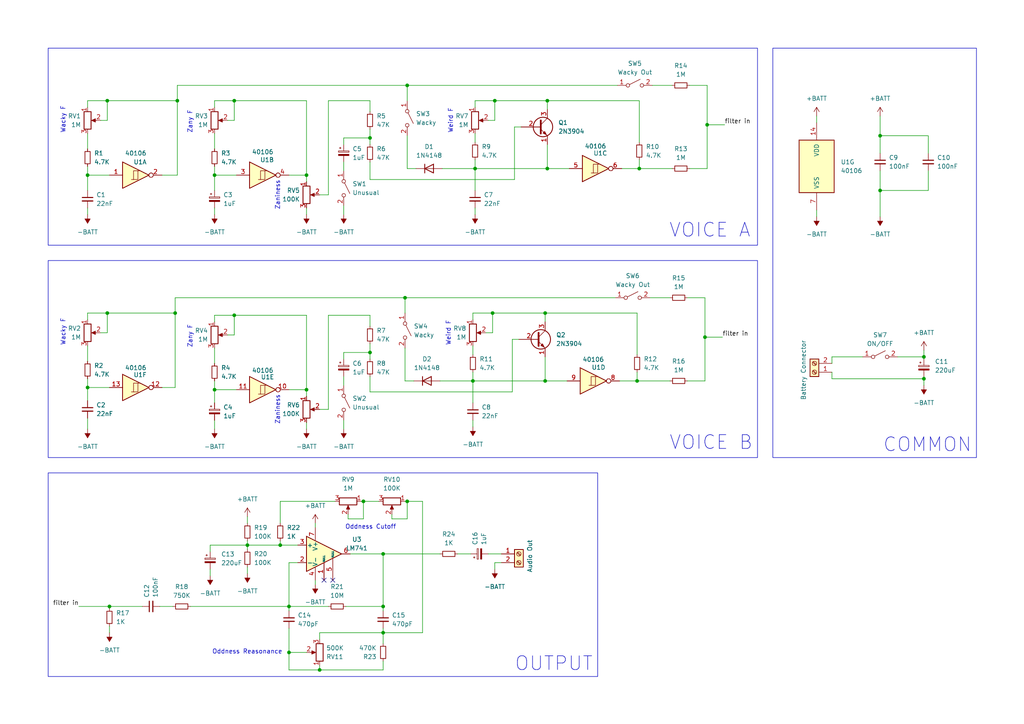
<source format=kicad_sch>
(kicad_sch (version 20230121) (generator eeschema)
  (paper "A4")
  (lib_symbols
    (symbol "4xxx:40106" (pin_names (offset 1.016))
      (property "Reference" "U" (at 0 1.27 0))
      (property "Value" "40106" (at 0 -1.27 0))
      (symbol "40106_1_0"
        (polyline (pts (xy -0.635 -1.27) (xy -0.635 1.27) (xy 0.635 1.27)))
        (polyline (pts (xy -3.81 3.81) (xy -3.81 -3.81) (xy 3.81 0) (xy -3.81 3.81)) (stroke (width 0.254)) (fill (type background)))
        (polyline (pts (xy -1.27 -1.27) (xy 0.635 -1.27) (xy 0.635 1.27) (xy 1.27 1.27)))
        (pin input line (at -7.62 0 0) (length 3.81) (name "~") (number "1"))
        (pin output inverted (at 7.62 0 180) (length 3.81) (name "~") (number "2"))
      )
      (symbol "40106_2_0"
        (polyline (pts (xy -0.635 -1.27) (xy -0.635 1.27) (xy 0.635 1.27)))
        (polyline (pts (xy -3.81 3.81) (xy -3.81 -3.81) (xy 3.81 0) (xy -3.81 3.81)) (stroke (width 0.254)) (fill (type background)))
        (polyline (pts (xy -1.27 -1.27) (xy 0.635 -1.27) (xy 0.635 1.27) (xy 1.27 1.27)))
        (pin input line (at -7.62 0 0) (length 3.81) (name "~") (number "3"))
        (pin output inverted (at 7.62 0 180) (length 3.81) (name "~") (number "4"))
      )
      (symbol "40106_3_0"
        (polyline (pts (xy -0.635 -1.27) (xy -0.635 1.27) (xy 0.635 1.27)))
        (polyline (pts (xy -3.81 3.81) (xy -3.81 -3.81) (xy 3.81 0) (xy -3.81 3.81)) (stroke (width 0.254)) (fill (type background)))
        (polyline (pts (xy -1.27 -1.27) (xy 0.635 -1.27) (xy 0.635 1.27) (xy 1.27 1.27)))
        (pin input line (at -7.62 0 0) (length 3.81) (name "~") (number "5"))
        (pin output inverted (at 7.62 0 180) (length 3.81) (name "~") (number "6"))
      )
      (symbol "40106_4_0"
        (polyline (pts (xy -0.635 -1.27) (xy -0.635 1.27) (xy 0.635 1.27)))
        (polyline (pts (xy -3.81 3.81) (xy -3.81 -3.81) (xy 3.81 0) (xy -3.81 3.81)) (stroke (width 0.254)) (fill (type background)))
        (polyline (pts (xy -1.27 -1.27) (xy 0.635 -1.27) (xy 0.635 1.27) (xy 1.27 1.27)))
        (pin output inverted (at 7.62 0 180) (length 3.81) (name "~") (number "8"))
        (pin input line (at -7.62 0 0) (length 3.81) (name "~") (number "9"))
      )
      (symbol "40106_5_0"
        (polyline (pts (xy -0.635 -1.27) (xy -0.635 1.27) (xy 0.635 1.27)))
        (polyline (pts (xy -3.81 3.81) (xy -3.81 -3.81) (xy 3.81 0) (xy -3.81 3.81)) (stroke (width 0.254)) (fill (type background)))
        (polyline (pts (xy -1.27 -1.27) (xy 0.635 -1.27) (xy 0.635 1.27) (xy 1.27 1.27)))
        (pin output inverted (at 7.62 0 180) (length 3.81) (name "~") (number "10"))
        (pin input line (at -7.62 0 0) (length 3.81) (name "~") (number "11"))
      )
      (symbol "40106_6_0"
        (polyline (pts (xy -0.635 -1.27) (xy -0.635 1.27) (xy 0.635 1.27)))
        (polyline (pts (xy -3.81 3.81) (xy -3.81 -3.81) (xy 3.81 0) (xy -3.81 3.81)) (stroke (width 0.254)) (fill (type background)))
        (polyline (pts (xy -1.27 -1.27) (xy 0.635 -1.27) (xy 0.635 1.27) (xy 1.27 1.27)))
        (pin output inverted (at 7.62 0 180) (length 3.81) (name "~") (number "12"))
        (pin input line (at -7.62 0 0) (length 3.81) (name "~") (number "13"))
      )
      (symbol "40106_7_0"
        (pin power_in line (at 0 12.7 270) (length 5.08) (name "VDD") (number "14"))
        (pin power_in line (at 0 -12.7 90) (length 5.08) (name "VSS") (number "7"))
      )
      (symbol "40106_7_1"
        (rectangle (start -5.08 7.62) (end 5.08 -7.62) (stroke (width 0.254)) (fill (type background)))
      )
    )
    (symbol "Amplifier_Operational:LM741" (pin_names (offset 0.127))
      (property "Reference" "U" (at 0 6.35 0))
      (property "Value" "LM741" (at 0 3.81 0))
      (symbol "LM741_0_1"
        (polyline (pts (xy -5.08 5.08) (xy 5.08 0) (xy -5.08 -5.08) (xy -5.08 5.08)) (stroke (width 0.254)) (fill (type background)))
      )
      (symbol "LM741_1_1"
        (pin input line (at 0 -7.62 90) (length 5.08) (name "NULL") (number "1"))
        (pin input line (at -7.62 -2.54 0) (length 2.54) (name "-") (number "2"))
        (pin input line (at -7.62 2.54 0) (length 2.54) (name "+") (number "3"))
        (pin power_in line (at -2.54 -7.62 90) (length 3.81) (name "V-") (number "4"))
        (pin input line (at 2.54 -7.62 90) (length 6.35) (name "NULL") (number "5"))
        (pin output line (at 7.62 0 180) (length 2.54) (name "~") (number "6"))
        (pin power_in line (at -2.54 7.62 270) (length 3.81) (name "V+") (number "7"))
        (pin no_connect line (at 0 2.54 270) (length 2.54) hide (name "NC") (number "8"))
      )
    )
    (symbol "Connector:Screw_Terminal_01x02" (pin_names (offset 1.016) hide)
      (property "Reference" "J" (at 0 2.54 0))
      (property "Value" "Screw_Terminal_01x02" (at 0 -5.08 0))
      (symbol "Screw_Terminal_01x02_1_1"
        (rectangle (start -1.27 1.27) (end 1.27 -3.81) (stroke (width 0.254)) (fill (type background)))
        (circle (center 0 -2.54) (radius 0.635) (stroke (width 0.1524)))
        (polyline (pts (xy -0.5334 -2.2098) (xy 0.3302 -3.048)) (stroke (width 0.1524)))
        (polyline (pts (xy -0.5334 0.3302) (xy 0.3302 -0.508)) (stroke (width 0.1524)))
        (polyline (pts (xy -0.3556 -2.032) (xy 0.508 -2.8702)) (stroke (width 0.1524)))
        (polyline (pts (xy -0.3556 0.508) (xy 0.508 -0.3302)) (stroke (width 0.1524)))
        (circle (center 0 0) (radius 0.635) (stroke (width 0.1524)))
        (pin passive line (at -5.08 0 0) (length 3.81) (name "Pin_1") (number "1"))
        (pin passive line (at -5.08 -2.54 0) (length 3.81) (name "Pin_2") (number "2"))
      )
    )
    (symbol "Device:C_Polarized_Small" (pin_numbers hide) (pin_names (offset 0.254) hide)
      (property "Reference" "C" (at 0.254 1.778 0))
      (property "Value" "C_Polarized_Small" (at 0.254 -2.032 0))
      (symbol "C_Polarized_Small_0_1"
        (rectangle (start -1.524 -0.3048) (end 1.524 -0.6858) (fill (type outline)))
        (rectangle (start -1.524 0.6858) (end 1.524 0.3048))
        (polyline (pts (xy -1.27 1.524) (xy -0.762 1.524)))
        (polyline (pts (xy -1.016 1.27) (xy -1.016 1.778)))
      )
      (symbol "C_Polarized_Small_1_1"
        (pin passive line (at 0 2.54 270) (length 1.8542) (name "~") (number "1"))
        (pin passive line (at 0 -2.54 90) (length 1.8542) (name "~") (number "2"))
      )
    )
    (symbol "Device:C_Small" (pin_numbers hide) (pin_names (offset 0.254) hide)
      (property "Reference" "C" (at 0.254 1.778 0))
      (property "Value" "C_Small" (at 0.254 -2.032 0))
      (symbol "C_Small_0_1"
        (polyline (pts (xy -1.524 -0.508) (xy 1.524 -0.508)) (stroke (width 0.3302)))
        (polyline (pts (xy -1.524 0.508) (xy 1.524 0.508)) (stroke (width 0.3048)))
      )
      (symbol "C_Small_1_1"
        (pin passive line (at 0 2.54 270) (length 2.032) (name "~") (number "1"))
        (pin passive line (at 0 -2.54 90) (length 2.032) (name "~") (number "2"))
      )
    )
    (symbol "Device:R_Potentiometer" (pin_names (offset 1.016) hide)
      (property "Reference" "RV" (at -4.445 0 90))
      (property "Value" "R_Potentiometer" (at -2.54 0 90))
      (symbol "R_Potentiometer_0_1"
        (polyline (pts (xy 2.54 0) (xy 1.524 0)))
        (polyline (pts (xy 1.143 0) (xy 2.286 0.508) (xy 2.286 -0.508) (xy 1.143 0)) (fill (type outline)))
        (rectangle (start 1.016 2.54) (end -1.016 -2.54) (stroke (width 0.254)))
      )
      (symbol "R_Potentiometer_1_1"
        (pin passive line (at 0 3.81 270) (length 1.27) (name "1") (number "1"))
        (pin passive line (at 3.81 0 180) (length 1.27) (name "2") (number "2"))
        (pin passive line (at 0 -3.81 90) (length 1.27) (name "3") (number "3"))
      )
    )
    (symbol "Device:R_Small" (pin_numbers hide) (pin_names (offset 0.254) hide)
      (property "Reference" "R" (at 0.762 0.508 0))
      (property "Value" "R_Small" (at 0.762 -1.016 0))
      (symbol "R_Small_0_1"
        (rectangle (start -0.762 1.778) (end 0.762 -1.778) (stroke (width 0.2032)))
      )
      (symbol "R_Small_1_1"
        (pin passive line (at 0 2.54 270) (length 0.762) (name "~") (number "1"))
        (pin passive line (at 0 -2.54 90) (length 0.762) (name "~") (number "2"))
      )
    )
    (symbol "Diode:1N4148" (pin_numbers hide) (pin_names hide)
      (property "Reference" "D" (at 0 2.54 0))
      (property "Value" "1N4148" (at 0 -2.54 0))
      (symbol "1N4148_0_1"
        (polyline (pts (xy -1.27 1.27) (xy -1.27 -1.27)) (stroke (width 0.254)))
        (polyline (pts (xy 1.27 0) (xy -1.27 0)))
        (polyline (pts (xy 1.27 1.27) (xy 1.27 -1.27) (xy -1.27 0) (xy 1.27 1.27)) (stroke (width 0.254)))
      )
      (symbol "1N4148_1_1"
        (pin passive line (at -3.81 0 0) (length 2.54) (name "K") (number "1"))
        (pin passive line (at 3.81 0 180) (length 2.54) (name "A") (number "2"))
      )
    )
    (symbol "Switch:SW_SPST" (pin_names (offset 0) hide)
      (property "Reference" "SW" (at 0 3.175 0))
      (property "Value" "SW_SPST" (at 0 -2.54 0))
      (symbol "SW_SPST_0_0"
        (circle (center -2.032 0) (radius 0.508))
        (polyline (pts (xy -1.524 0.254) (xy 1.524 1.778)))
        (circle (center 2.032 0) (radius 0.508))
      )
      (symbol "SW_SPST_1_1"
        (pin passive line (at -5.08 0 0) (length 2.54) (name "A") (number "1"))
        (pin passive line (at 5.08 0 180) (length 2.54) (name "B") (number "2"))
      )
    )
    (symbol "Transistor_BJT:2N3904" (pin_names (offset 0) hide)
      (property "Reference" "Q" (at 5.08 1.905 0))
      (property "Value" "2N3904" (at 5.08 0 0))
      (symbol "2N3904_0_1"
        (polyline (pts (xy 0.635 0.635) (xy 2.54 2.54)))
        (polyline (pts (xy 0.635 -0.635) (xy 2.54 -2.54) (xy 2.54 -2.54)))
        (polyline (pts (xy 0.635 1.905) (xy 0.635 -1.905) (xy 0.635 -1.905)) (stroke (width 0.508)))
        (polyline (pts (xy 1.27 -1.778) (xy 1.778 -1.27) (xy 2.286 -2.286) (xy 1.27 -1.778) (xy 1.27 -1.778)) (fill (type outline)))
        (circle (center 1.27 0) (radius 2.8194) (stroke (width 0.254)))
      )
      (symbol "2N3904_1_1"
        (pin passive line (at 2.54 -5.08 90) (length 2.54) (name "E") (number "1"))
        (pin passive line (at -5.08 0 0) (length 5.715) (name "B") (number "2"))
        (pin passive line (at 2.54 5.08 270) (length 2.54) (name "C") (number "3"))
      )
    )
    (symbol "power:+BATT" (power) (pin_names (offset 0))
      (property "Value" "+BATT" (at 0 3.556 0))
      (symbol "+BATT_0_1"
        (polyline (pts (xy -0.762 1.27) (xy 0 2.54)))
        (polyline (pts (xy 0 0) (xy 0 2.54)))
        (polyline (pts (xy 0 2.54) (xy 0.762 1.27)))
      )
      (symbol "+BATT_1_1"
        (pin power_in line (at 0 0 90) (length 0) hide (name "+BATT") (number "1"))
      )
    )
    (symbol "power:-BATT" (power) (pin_names (offset 0))
      (property "Value" "-BATT" (at 0 3.556 0))
      (symbol "-BATT_0_1"
        (polyline (pts (xy 0 0) (xy 0 2.54)))
        (polyline (pts (xy 0.762 1.27) (xy -0.762 1.27) (xy 0 2.54) (xy 0.762 1.27)) (fill (type outline)))
      )
      (symbol "-BATT_1_1"
        (pin power_in line (at 0 0 90) (length 0) hide (name "-BATT") (number "1"))
      )
    )
  )
  (junction (at 111.125 175.895))
  (junction (at 107.315 102.235))
  (junction (at 204.47 97.79))
  (junction (at 31.115 90.805))
  (junction (at 88.9 113.03))
  (junction (at 105.41 145.415))
  (junction (at 184.785 110.49))
  (junction (at 205.105 36.195))
  (junction (at 158.75 29.21))
  (junction (at 67.945 29.21))
  (junction (at 158.75 48.895))
  (junction (at 158.115 110.49))
  (junction (at 137.795 48.895))
  (junction (at 137.16 110.49))
  (junction (at 51.435 29.21))
  (junction (at 92.71 194.31))
  (junction (at 31.115 29.21))
  (junction (at 25.4 112.395))
  (junction (at 118.11 24.765))
  (junction (at 71.755 158.115))
  (junction (at 62.23 50.8))
  (junction (at 67.945 91.44))
  (junction (at 88.9 50.8))
  (junction (at 143.51 29.21))
  (junction (at 62.23 113.03))
  (junction (at 111.125 160.655))
  (junction (at 25.4 50.8))
  (junction (at 158.115 90.805))
  (junction (at 185.42 48.895))
  (junction (at 267.97 109.855))
  (junction (at 267.97 103.505))
  (junction (at 83.82 189.23))
  (junction (at 50.8 90.805))
  (junction (at 31.75 175.895))
  (junction (at 81.28 158.115))
  (junction (at 255.27 39.37))
  (junction (at 255.27 55.245))
  (junction (at 117.475 86.36))
  (junction (at 142.875 90.805))
  (junction (at 118.11 145.415))
  (junction (at 83.82 175.895))
  (junction (at 111.125 183.515))
  (junction (at 107.315 40.005))
  (no_connect (at 96.52 168.275))
  (no_connect (at 93.98 168.275))
  (wire (pts (xy 255.27 33.655) (xy 255.27 39.37)))
  (wire (pts (xy 127.635 110.49) (xy 137.16 110.49)))
  (wire (pts (xy 95.25 91.44) (xy 95.25 118.745)))
  (wire (pts (xy 204.47 97.79) (xy 209.55 97.79)))
  (wire (pts (xy 158.115 90.805) (xy 158.115 93.345)))
  (wire (pts (xy 111.125 183.515) (xy 122.555 183.515)))
  (wire (pts (xy 81.28 145.415) (xy 81.28 151.765)))
  (wire (pts (xy 105.41 145.415) (xy 109.855 145.415)))
  (wire (pts (xy 117.475 86.36) (xy 50.8 86.36)))
  (wire (pts (xy 269.24 44.45) (xy 269.24 39.37)))
  (wire (pts (xy 83.82 175.895) (xy 83.82 177.165)))
  (wire (pts (xy 255.27 39.37) (xy 255.27 44.45)))
  (wire (pts (xy 205.105 36.195) (xy 205.105 48.895)))
  (wire (pts (xy 88.9 189.23) (xy 83.82 189.23)))
  (wire (pts (xy 92.71 185.42) (xy 92.71 183.515)))
  (wire (pts (xy 67.945 91.44) (xy 67.945 97.155)))
  (wire (pts (xy 83.82 113.03) (xy 88.9 113.03)))
  (wire (pts (xy 111.125 160.655) (xy 111.125 175.895)))
  (wire (pts (xy 107.315 91.44) (xy 95.25 91.44)))
  (wire (pts (xy 185.42 48.895) (xy 180.34 48.895)))
  (wire (pts (xy 149.225 52.07) (xy 149.225 36.83)))
  (wire (pts (xy 111.125 194.31) (xy 92.71 194.31)))
  (wire (pts (xy 62.23 91.44) (xy 62.23 93.345)))
  (wire (pts (xy 107.315 94.615) (xy 107.315 91.44)))
  (wire (pts (xy 184.785 90.805) (xy 184.785 102.87)))
  (wire (pts (xy 50.8 112.395) (xy 46.99 112.395)))
  (wire (pts (xy 241.3 103.505) (xy 250.19 103.505)))
  (wire (pts (xy 25.4 38.735) (xy 25.4 43.18)))
  (wire (pts (xy 184.785 110.49) (xy 194.31 110.49)))
  (wire (pts (xy 137.795 29.21) (xy 137.795 31.115)))
  (wire (pts (xy 105.41 150.495) (xy 105.41 145.415)))
  (wire (pts (xy 31.75 175.895) (xy 41.275 175.895)))
  (wire (pts (xy 185.42 46.355) (xy 185.42 48.895)))
  (wire (pts (xy 107.315 37.465) (xy 107.315 40.005)))
  (wire (pts (xy 204.47 110.49) (xy 199.39 110.49)))
  (wire (pts (xy 68.58 50.8) (xy 62.23 50.8)))
  (wire (pts (xy 269.24 39.37) (xy 255.27 39.37)))
  (wire (pts (xy 25.4 112.395) (xy 25.4 116.205)))
  (wire (pts (xy 25.4 121.285) (xy 25.4 124.46)))
  (wire (pts (xy 66.04 97.155) (xy 67.945 97.155)))
  (wire (pts (xy 25.4 29.21) (xy 31.115 29.21)))
  (wire (pts (xy 55.245 175.895) (xy 83.82 175.895)))
  (wire (pts (xy 22.86 175.895) (xy 31.75 175.895)))
  (wire (pts (xy 67.945 91.44) (xy 88.9 91.44)))
  (wire (pts (xy 158.115 90.805) (xy 184.785 90.805)))
  (wire (pts (xy 99.695 102.235) (xy 99.695 104.14)))
  (wire (pts (xy 142.875 90.805) (xy 142.875 96.52)))
  (wire (pts (xy 117.475 86.36) (xy 178.435 86.36)))
  (wire (pts (xy 50.8 90.805) (xy 50.8 112.395)))
  (wire (pts (xy 62.23 29.21) (xy 62.23 31.115)))
  (wire (pts (xy 31.115 29.21) (xy 51.435 29.21)))
  (wire (pts (xy 137.16 100.33) (xy 137.16 102.87)))
  (wire (pts (xy 62.23 29.21) (xy 67.945 29.21)))
  (wire (pts (xy 71.755 158.115) (xy 60.96 158.115)))
  (wire (pts (xy 91.44 151.765) (xy 91.44 153.035)))
  (wire (pts (xy 111.125 183.515) (xy 92.71 183.515)))
  (wire (pts (xy 92.71 193.04) (xy 92.71 194.31)))
  (wire (pts (xy 158.75 29.21) (xy 185.42 29.21)))
  (wire (pts (xy 31.75 50.8) (xy 25.4 50.8)))
  (wire (pts (xy 92.71 118.745) (xy 95.25 118.745)))
  (wire (pts (xy 255.27 55.245) (xy 255.27 62.865)))
  (wire (pts (xy 62.23 110.49) (xy 62.23 113.03)))
  (wire (pts (xy 62.23 113.03) (xy 62.23 116.84)))
  (wire (pts (xy 99.695 59.69) (xy 99.695 62.23)))
  (wire (pts (xy 267.97 103.505) (xy 267.97 104.14)))
  (wire (pts (xy 105.41 145.415) (xy 104.775 145.415)))
  (wire (pts (xy 51.435 50.8) (xy 46.99 50.8)))
  (wire (pts (xy 205.105 36.195) (xy 210.185 36.195)))
  (wire (pts (xy 141.605 160.655) (xy 145.415 160.655)))
  (wire (pts (xy 118.11 24.765) (xy 179.07 24.765)))
  (wire (pts (xy 83.82 182.245) (xy 83.82 189.23)))
  (wire (pts (xy 81.28 158.115) (xy 86.36 158.115)))
  (wire (pts (xy 255.27 49.53) (xy 255.27 55.245)))
  (wire (pts (xy 148.59 98.425) (xy 150.495 98.425)))
  (wire (pts (xy 118.11 48.895) (xy 120.65 48.895)))
  (wire (pts (xy 118.11 145.415) (xy 122.555 145.415)))
  (wire (pts (xy 62.23 91.44) (xy 67.945 91.44)))
  (wire (pts (xy 88.9 60.325) (xy 88.9 62.23)))
  (wire (pts (xy 118.11 145.415) (xy 117.475 145.415)))
  (wire (pts (xy 107.315 46.99) (xy 107.315 52.07)))
  (wire (pts (xy 99.695 40.005) (xy 99.695 41.91)))
  (wire (pts (xy 51.435 24.765) (xy 51.435 29.21)))
  (wire (pts (xy 158.75 41.91) (xy 158.75 48.895)))
  (wire (pts (xy 137.795 48.895) (xy 158.75 48.895)))
  (wire (pts (xy 25.4 100.33) (xy 25.4 104.775)))
  (wire (pts (xy 29.21 34.925) (xy 31.115 34.925)))
  (wire (pts (xy 140.97 96.52) (xy 142.875 96.52)))
  (wire (pts (xy 158.115 110.49) (xy 164.465 110.49)))
  (wire (pts (xy 113.665 150.495) (xy 118.11 150.495)))
  (wire (pts (xy 184.785 107.95) (xy 184.785 110.49)))
  (wire (pts (xy 137.795 46.355) (xy 137.795 48.895)))
  (wire (pts (xy 71.755 156.845) (xy 71.755 158.115)))
  (wire (pts (xy 111.125 182.245) (xy 111.125 183.515)))
  (wire (pts (xy 71.755 164.465) (xy 71.755 166.37)))
  (wire (pts (xy 31.115 29.21) (xy 31.115 34.925)))
  (wire (pts (xy 71.755 149.86) (xy 71.755 151.765)))
  (wire (pts (xy 149.225 36.83) (xy 151.13 36.83)))
  (wire (pts (xy 137.16 110.49) (xy 137.16 116.84)))
  (wire (pts (xy 143.51 29.21) (xy 158.75 29.21)))
  (wire (pts (xy 128.27 48.895) (xy 137.795 48.895)))
  (wire (pts (xy 67.945 29.21) (xy 88.9 29.21)))
  (wire (pts (xy 95.25 175.895) (xy 83.82 175.895)))
  (wire (pts (xy 137.16 90.805) (xy 142.875 90.805)))
  (wire (pts (xy 200.025 24.765) (xy 205.105 24.765)))
  (wire (pts (xy 31.75 112.395) (xy 25.4 112.395)))
  (wire (pts (xy 107.315 29.21) (xy 95.25 29.21)))
  (wire (pts (xy 141.605 34.925) (xy 143.51 34.925)))
  (wire (pts (xy 137.795 38.735) (xy 137.795 41.275)))
  (wire (pts (xy 25.4 90.805) (xy 25.4 92.71)))
  (wire (pts (xy 107.315 113.665) (xy 148.59 113.665)))
  (wire (pts (xy 158.75 29.21) (xy 158.75 31.75)))
  (wire (pts (xy 100.965 150.495) (xy 105.41 150.495)))
  (wire (pts (xy 143.51 165.1) (xy 143.51 163.195)))
  (wire (pts (xy 267.97 111.76) (xy 267.97 109.855)))
  (wire (pts (xy 29.21 96.52) (xy 31.115 96.52)))
  (wire (pts (xy 99.695 46.99) (xy 99.695 49.53)))
  (wire (pts (xy 236.855 33.655) (xy 236.855 35.56)))
  (wire (pts (xy 143.51 163.195) (xy 145.415 163.195)))
  (wire (pts (xy 122.555 145.415) (xy 122.555 183.515)))
  (wire (pts (xy 88.9 122.555) (xy 88.9 124.46)))
  (wire (pts (xy 62.23 60.325) (xy 62.23 62.23)))
  (wire (pts (xy 269.24 49.53) (xy 269.24 55.245)))
  (wire (pts (xy 71.755 158.115) (xy 81.28 158.115)))
  (wire (pts (xy 71.755 158.115) (xy 71.755 159.385)))
  (wire (pts (xy 267.97 109.22) (xy 267.97 109.855)))
  (wire (pts (xy 143.51 29.21) (xy 143.51 34.925)))
  (wire (pts (xy 184.785 110.49) (xy 179.705 110.49)))
  (wire (pts (xy 142.875 90.805) (xy 158.115 90.805)))
  (wire (pts (xy 60.96 158.115) (xy 60.96 160.02)))
  (wire (pts (xy 107.315 102.235) (xy 99.695 102.235)))
  (wire (pts (xy 97.155 145.415) (xy 81.28 145.415)))
  (wire (pts (xy 118.11 39.37) (xy 118.11 48.895)))
  (wire (pts (xy 88.9 29.21) (xy 88.9 50.8)))
  (wire (pts (xy 241.3 107.95) (xy 241.3 109.855)))
  (wire (pts (xy 91.44 168.275) (xy 91.44 169.545)))
  (wire (pts (xy 204.47 97.79) (xy 204.47 110.49)))
  (wire (pts (xy 188.595 86.36) (xy 194.31 86.36)))
  (wire (pts (xy 111.125 160.655) (xy 127.635 160.655)))
  (wire (pts (xy 62.23 38.735) (xy 62.23 43.18)))
  (wire (pts (xy 137.16 110.49) (xy 158.115 110.49)))
  (wire (pts (xy 137.795 60.325) (xy 137.795 62.23)))
  (wire (pts (xy 111.125 175.895) (xy 111.125 177.165)))
  (wire (pts (xy 148.59 113.665) (xy 148.59 98.425)))
  (wire (pts (xy 205.105 24.765) (xy 205.105 36.195)))
  (wire (pts (xy 118.11 24.765) (xy 51.435 24.765)))
  (wire (pts (xy 101.6 160.655) (xy 111.125 160.655)))
  (wire (pts (xy 100.965 149.225) (xy 100.965 150.495)))
  (wire (pts (xy 50.8 86.36) (xy 50.8 90.805)))
  (wire (pts (xy 137.16 121.92) (xy 137.16 123.825)))
  (wire (pts (xy 60.96 165.1) (xy 60.96 167.005)))
  (wire (pts (xy 83.82 163.195) (xy 86.36 163.195)))
  (wire (pts (xy 205.105 48.895) (xy 200.025 48.895)))
  (wire (pts (xy 62.23 100.965) (xy 62.23 105.41)))
  (wire (pts (xy 81.28 156.845) (xy 81.28 158.115)))
  (wire (pts (xy 25.4 48.26) (xy 25.4 50.8)))
  (wire (pts (xy 25.4 50.8) (xy 25.4 55.245)))
  (wire (pts (xy 31.115 90.805) (xy 31.115 96.52)))
  (wire (pts (xy 158.75 48.895) (xy 165.1 48.895)))
  (wire (pts (xy 25.4 29.21) (xy 25.4 31.115)))
  (wire (pts (xy 137.16 107.95) (xy 137.16 110.49)))
  (wire (pts (xy 260.35 103.505) (xy 267.97 103.505)))
  (wire (pts (xy 88.9 91.44) (xy 88.9 113.03)))
  (wire (pts (xy 62.23 48.26) (xy 62.23 50.8)))
  (wire (pts (xy 111.125 194.31) (xy 111.125 191.77)))
  (wire (pts (xy 107.315 109.22) (xy 107.315 113.665)))
  (wire (pts (xy 204.47 86.36) (xy 204.47 97.79)))
  (wire (pts (xy 83.82 194.31) (xy 92.71 194.31)))
  (wire (pts (xy 107.315 40.005) (xy 99.695 40.005)))
  (wire (pts (xy 25.4 109.855) (xy 25.4 112.395)))
  (wire (pts (xy 118.11 24.765) (xy 118.11 29.21)))
  (wire (pts (xy 92.71 56.515) (xy 95.25 56.515)))
  (wire (pts (xy 111.125 175.895) (xy 100.33 175.895)))
  (wire (pts (xy 111.125 183.515) (xy 111.125 186.69)))
  (wire (pts (xy 62.23 121.92) (xy 62.23 124.46)))
  (wire (pts (xy 31.75 181.61) (xy 31.75 183.515)))
  (wire (pts (xy 68.58 113.03) (xy 62.23 113.03)))
  (wire (pts (xy 62.23 50.8) (xy 62.23 55.245)))
  (wire (pts (xy 107.315 52.07) (xy 149.225 52.07)))
  (wire (pts (xy 83.82 163.195) (xy 83.82 175.895)))
  (wire (pts (xy 117.475 100.965) (xy 117.475 110.49)))
  (wire (pts (xy 95.25 29.21) (xy 95.25 56.515)))
  (wire (pts (xy 241.3 109.855) (xy 267.97 109.855)))
  (wire (pts (xy 267.97 101.6) (xy 267.97 103.505)))
  (wire (pts (xy 99.695 109.22) (xy 99.695 111.76)))
  (wire (pts (xy 117.475 110.49) (xy 120.015 110.49)))
  (wire (pts (xy 137.795 48.895) (xy 137.795 55.245)))
  (wire (pts (xy 137.16 90.805) (xy 137.16 92.71)))
  (wire (pts (xy 107.315 102.235) (xy 107.315 104.14)))
  (wire (pts (xy 269.24 55.245) (xy 255.27 55.245)))
  (wire (pts (xy 185.42 48.895) (xy 194.945 48.895)))
  (wire (pts (xy 185.42 29.21) (xy 185.42 41.275)))
  (wire (pts (xy 107.315 99.695) (xy 107.315 102.235)))
  (wire (pts (xy 118.11 150.495) (xy 118.11 145.415)))
  (wire (pts (xy 241.3 103.505) (xy 241.3 105.41)))
  (wire (pts (xy 107.315 40.005) (xy 107.315 41.91)))
  (wire (pts (xy 25.4 90.805) (xy 31.115 90.805)))
  (wire (pts (xy 88.9 113.03) (xy 88.9 114.935)))
  (wire (pts (xy 99.695 121.92) (xy 99.695 124.46)))
  (wire (pts (xy 83.82 189.23) (xy 83.82 194.31)))
  (wire (pts (xy 137.795 29.21) (xy 143.51 29.21)))
  (wire (pts (xy 31.75 175.895) (xy 31.75 176.53)))
  (wire (pts (xy 236.855 60.96) (xy 236.855 62.865)))
  (wire (pts (xy 117.475 90.805) (xy 117.475 86.36)))
  (wire (pts (xy 67.945 29.21) (xy 67.945 34.925)))
  (wire (pts (xy 158.115 103.505) (xy 158.115 110.49)))
  (wire (pts (xy 31.115 90.805) (xy 50.8 90.805)))
  (wire (pts (xy 199.39 86.36) (xy 204.47 86.36)))
  (wire (pts (xy 189.23 24.765) (xy 194.945 24.765)))
  (wire (pts (xy 46.355 175.895) (xy 50.165 175.895)))
  (wire (pts (xy 113.665 149.225) (xy 113.665 150.495)))
  (wire (pts (xy 66.04 34.925) (xy 67.945 34.925)))
  (wire (pts (xy 132.715 160.655) (xy 136.525 160.655)))
  (wire (pts (xy 25.4 60.325) (xy 25.4 62.23)))
  (wire (pts (xy 83.82 50.8) (xy 88.9 50.8)))
  (wire (pts (xy 107.315 32.385) (xy 107.315 29.21)))
  (wire (pts (xy 88.9 50.8) (xy 88.9 52.705)))
  (wire (pts (xy 51.435 29.21) (xy 51.435 50.8)))
  (rectangle (start 13.97 137.16) (end 173.355 196.215))
  (rectangle (start 13.97 75.565) (end 219.71 132.715))
  (rectangle (start 13.97 13.97) (end 219.71 71.12))
  (rectangle (start 224.155 13.97) (end 283.21 132.715))
  (text "VOICE B\n" (at 218.44 130.81 0) (effects (font (size 4 4)) (justify right bottom)))
  (text "Weird F" (at 130.81 100.33 90) (effects (font (size 1.27 1.27)) (justify left bottom)))
  (text "VOICE A" (at 217.805 69.215 0) (effects (font (size 4 4)) (justify right bottom)))
  (text "Wacky F" (at 19.05 100.33 90) (effects (font (size 1.27 1.27)) (justify left bottom)))
  (text "Weird F" (at 131.445 38.735 90) (effects (font (size 1.27 1.27)) (justify left bottom)))
  (text "Zany F" (at 55.88 38.735 90) (effects (font (size 1.27 1.27)) (justify left bottom)))
  (text "Oddness Cutoff" (at 114.935 153.67 0) (effects (font (size 1.27 1.27)) (justify right bottom)))
  (text "Zany F" (at 55.88 100.965 90) (effects (font (size 1.27 1.27)) (justify left bottom)))
  (text "Zaniness\n" (at 81.28 60.96 90) (effects (font (size 1.27 1.27)) (justify left bottom)))
  (text "Oddness Reasonance" (at 81.915 189.865 0) (effects (font (size 1.27 1.27)) (justify right bottom)))
  (text "Wacky F" (at 19.05 38.735 90) (effects (font (size 1.27 1.27)) (justify left bottom)))
  (text "COMMON" (at 281.94 131.445 0) (effects (font (size 4 4)) (justify right bottom)))
  (text "OUTPUT" (at 172.085 194.945 0) (effects (font (size 4 4)) (justify right bottom)))
  (text "Zaniness\n" (at 81.28 123.19 90) (effects (font (size 1.27 1.27)) (justify left bottom)))
  (label "filter in" (at 210.185 36.195 0))
  (label "filter in" (at 209.55 97.79 0))
  (label "filter in" (at 22.86 175.895 180))
  (symbol (lib_id "Device:R_Potentiometer") (at 88.9 118.745 0) (unit 1)
    (property "Reference" "RV6" (at 86.995 117.475 0) (effects (justify right)))
    (property "Value" "100K" (at 86.995 120.015 0) (effects (justify right)))
    (property "Footprint" "fx_synth_parts:potentiometer_fx_vertical" (effects hide))
    (property "Note" "Zaniness B" (effects hide))
  )
  (symbol (lib_id "Device:R_Small") (at 31.75 179.07 0) (unit 1)
    (property "Reference" "R17" (at 33.655 177.8 0) (effects (justify left)))
    (property "Value" "1K" (at 33.655 180.34 0) (effects (justify left)))
    (property "Footprint" "Resistor_THT:R_Axial_DIN0204_L3.6mm_D1.6mm_P7.62mm_Horizontal" (effects hide))
  )
  (symbol (lib_id "power:-BATT") (at 267.97 111.76 180) (unit 1)
    (property "Reference" "#PWR017" (effects hide))
    (property "Value" "-BATT" (at 267.97 116.84 0))
  )
  (symbol (lib_id "Device:C_Polarized_Small") (at 62.23 119.38 0) (unit 1)
    (property "Reference" "C4" (at 64.77 118.11 0) (effects (justify left)))
    (property "Value" "1uF" (at 64.77 120.65 0) (effects (justify left)))
    (property "Footprint" "Capacitor_THT:CP_Radial_D6.3mm_P2.50mm" (effects hide))
  )
  (symbol (lib_id "Device:C_Small") (at 25.4 118.745 0) (unit 1)
    (property "Reference" "C2" (at 27.94 117.475 0) (effects (justify left)))
    (property "Value" "22nF" (at 27.94 120.015 0) (effects (justify left)))
    (property "Footprint" "Capacitor_THT:C_Rect_L7.0mm_W2.0mm_P5.00mm" (effects hide))
  )
  (symbol (lib_id "Device:R_Small") (at 137.795 43.815 0) (unit 1)
    (property "Reference" "R9" (at 139.7 42.545 0) (effects (justify left)))
    (property "Value" "4.7K" (at 139.7 45.085 0) (effects (justify left)))
    (property "Footprint" "Resistor_THT:R_Axial_DIN0204_L3.6mm_D1.6mm_P7.62mm_Horizontal" (effects hide))
  )
  (symbol (lib_id "power:+BATT") (at 71.755 149.86 0) (unit 1)
    (property "Reference" "#PWR019" (effects hide))
    (property "Value" "+BATT" (at 71.755 144.78 0))
  )
  (symbol (lib_id "power:+BATT") (at 236.855 33.655 0) (unit 1)
    (property "Reference" "#PWR011" (effects hide))
    (property "Value" "+BATT" (at 236.855 28.575 0))
  )
  (symbol (lib_id "4xxx:40106") (at 76.2 113.03 0) (unit 5)
    (property "Reference" "U1" (at 77.597 109.347 0))
    (property "Value" "40106" (at 76.2 107.442 0))
    (property "Footprint" "Package_DIP:DIP-14_W7.62mm" (effects hide))
    (property "Datasheet" "https://assets.nexperia.com/documents/data-sheet/HEF40106B.pdf" (effects hide))
  )
  (symbol (lib_id "Device:R_Potentiometer") (at 62.23 97.155 0) (unit 1)
    (property "Reference" "RV4" (at 60.325 95.885 0) (effects (justify right)))
    (property "Value" "1M" (at 60.325 98.425 0) (effects (justify right)))
    (property "Footprint" "fx_synth_parts:potentiometer_fx_vertical" (effects hide))
    (property "Note" "Zany Frequency B" (effects hide))
  )
  (symbol (lib_id "Device:R_Small") (at 130.175 160.655 90) (unit 1)
    (property "Reference" "R24" (at 130.175 154.94 90))
    (property "Value" "1K" (at 130.175 157.48 90))
    (property "Footprint" "Resistor_THT:R_Axial_DIN0204_L3.6mm_D1.6mm_P7.62mm_Horizontal" (effects hide))
  )
  (symbol (lib_id "Device:C_Small") (at 269.24 46.99 0) (unit 1)
    (property "Reference" "C10" (at 271.78 45.72 0) (effects (justify left)))
    (property "Value" "100nF" (at 271.78 48.26 0) (effects (justify left)))
    (property "Footprint" "Capacitor_THT:C_Rect_L7.0mm_W2.0mm_P5.00mm" (effects hide))
  )
  (symbol (lib_id "Device:C_Polarized_Small") (at 99.695 106.68 0) (unit 1)
    (property "Reference" "C6" (at 102.235 105.41 0) (effects (justify left)))
    (property "Value" "1uF" (at 102.235 107.95 0) (effects (justify left)))
    (property "Footprint" "Capacitor_THT:CP_Radial_D6.3mm_P2.50mm" (effects hide))
  )
  (symbol (lib_id "power:-BATT") (at 255.27 62.865 180) (unit 1)
    (property "Reference" "#PWR014" (effects hide))
    (property "Value" "-BATT" (at 255.27 67.945 0))
  )
  (symbol (lib_id "power:-BATT") (at 62.23 62.23 180) (unit 1)
    (property "Reference" "#PWR07" (effects hide))
    (property "Value" "-BATT" (at 62.23 67.31 0))
  )
  (symbol (lib_id "Device:R_Small") (at 107.315 44.45 0) (unit 1)
    (property "Reference" "R6" (at 109.22 43.18 0) (effects (justify left)))
    (property "Value" "47K" (at 109.22 45.72 0) (effects (justify left)))
    (property "Footprint" "Resistor_THT:R_Axial_DIN0204_L3.6mm_D1.6mm_P7.62mm_Horizontal" (effects hide))
  )
  (symbol (lib_id "Switch:SW_SPST") (at 117.475 95.885 270) (unit 1)
    (property "Reference" "SW4" (at 120.015 94.615 90) (effects (justify left)))
    (property "Value" "Wacky" (at 120.015 97.155 90) (effects (justify left)))
    (property "Footprint" "fx_synth_parts:switch_fx_connector" (effects hide))
    (property "Note" "Wacky B" (effects hide))
  )
  (symbol (lib_id "power:-BATT") (at 137.16 123.825 180) (unit 1)
    (property "Reference" "#PWR02" (effects hide))
    (property "Value" "-BATT" (at 137.16 128.905 0))
  )
  (symbol (lib_id "power:-BATT") (at 99.695 124.46 180) (unit 1)
    (property "Reference" "#PWR04" (effects hide))
    (property "Value" "-BATT" (at 99.695 129.54 0))
  )
  (symbol (lib_id "power:-BATT") (at 88.9 124.46 180) (unit 1)
    (property "Reference" "#PWR06" (effects hide))
    (property "Value" "-BATT" (at 88.9 129.54 0))
  )
  (symbol (lib_id "Device:R_Small") (at 111.125 189.23 180) (unit 1)
    (property "Reference" "R23" (at 109.22 190.5 0) (effects (justify left)))
    (property "Value" "470K" (at 109.22 187.96 0) (effects (justify left)))
    (property "Footprint" "Resistor_THT:R_Axial_DIN0204_L3.6mm_D1.6mm_P7.62mm_Horizontal" (effects hide))
  )
  (symbol (lib_id "power:-BATT") (at 99.695 62.23 180) (unit 1)
    (property "Reference" "#PWR03" (effects hide))
    (property "Value" "-BATT" (at 99.695 67.31 0))
  )
  (symbol (lib_id "power:+BATT") (at 267.97 101.6 0) (unit 1)
    (property "Reference" "#PWR024" (effects hide))
    (property "Value" "+BATT" (at 267.97 96.52 0))
  )
  (symbol (lib_id "Device:R_Small") (at 97.79 175.895 90) (unit 1)
    (property "Reference" "R21" (at 97.79 170.18 90))
    (property "Value" "10M" (at 97.79 172.72 90))
    (property "Footprint" "Resistor_THT:R_Axial_DIN0204_L3.6mm_D1.6mm_P7.62mm_Horizontal" (effects hide))
  )
  (symbol (lib_id "Diode:1N4148") (at 123.825 110.49 0) (unit 1)
    (property "Reference" "D2" (at 123.825 104.14 0))
    (property "Value" "1N4148" (at 123.825 106.68 0))
    (property "Footprint" "Diode_THT:D_DO-35_SOD27_P7.62mm_Horizontal" (effects hide))
    (property "Datasheet" "https://assets.nexperia.com/documents/data-sheet/1N4148_1N4448.pdf" (effects hide))
    (property "Sim.Device" "D" (effects hide))
    (property "Sim.Pins" "1=K 2=A" (effects hide))
  )
  (symbol (lib_id "Device:R_Small") (at 107.315 106.68 0) (unit 1)
    (property "Reference" "R8" (at 109.22 105.41 0) (effects (justify left)))
    (property "Value" "47K" (at 109.22 107.95 0) (effects (justify left)))
    (property "Footprint" "Resistor_THT:R_Axial_DIN0204_L3.6mm_D1.6mm_P7.62mm_Horizontal" (effects hide))
  )
  (symbol (lib_id "Device:R_Small") (at 184.785 105.41 0) (unit 1)
    (property "Reference" "R12" (at 186.69 104.14 0) (effects (justify left)))
    (property "Value" "4.7K" (at 186.69 106.68 0) (effects (justify left)))
    (property "Footprint" "Resistor_THT:R_Axial_DIN0204_L3.6mm_D1.6mm_P7.62mm_Horizontal" (effects hide))
  )
  (symbol (lib_id "Device:R_Potentiometer") (at 92.71 189.23 180) (unit 1)
    (property "Reference" "RV11" (at 94.615 190.5 0) (effects (justify right)))
    (property "Value" "500K" (at 94.615 187.96 0) (effects (justify right)))
    (property "Footprint" "fx_synth_parts:potentiometer_fx_vertical" (effects hide))
    (property "Note" "Oddness Reasonance" (effects hide))
  )
  (symbol (lib_id "power:+BATT") (at 255.27 33.655 0) (unit 1)
    (property "Reference" "#PWR013" (effects hide))
    (property "Value" "+BATT" (at 255.27 28.575 0))
  )
  (symbol (lib_id "power:-BATT") (at 143.51 165.1 180) (unit 1)
    (property "Reference" "#PWR022" (effects hide))
    (property "Value" "-BATT" (at 143.51 170.18 0))
  )
  (symbol (lib_id "power:-BATT") (at 62.23 124.46 180) (unit 1)
    (property "Reference" "#PWR08" (effects hide))
    (property "Value" "-BATT" (at 62.23 129.54 0))
  )
  (symbol (lib_id "power:-BATT") (at 137.795 62.23 180) (unit 1)
    (property "Reference" "#PWR01" (effects hide))
    (property "Value" "-BATT" (at 137.795 67.31 0))
  )
  (symbol (lib_id "Device:R_Small") (at 196.85 110.49 90) (unit 1)
    (property "Reference" "R16" (at 196.85 104.775 90))
    (property "Value" "1M" (at 196.85 107.315 90))
    (property "Footprint" "Resistor_THT:R_Axial_DIN0204_L3.6mm_D1.6mm_P7.62mm_Horizontal" (effects hide))
  )
  (symbol (lib_id "Device:R_Small") (at 52.705 175.895 90) (unit 1)
    (property "Reference" "R18" (at 52.705 170.18 90))
    (property "Value" "750K" (at 52.705 172.72 90))
    (property "Footprint" "Resistor_THT:R_Axial_DIN0204_L3.6mm_D1.6mm_P7.62mm_Horizontal" (effects hide))
  )
  (symbol (lib_id "power:-BATT") (at 25.4 124.46 180) (unit 1)
    (property "Reference" "#PWR010" (effects hide))
    (property "Value" "-BATT" (at 25.4 129.54 0))
  )
  (symbol (lib_id "Switch:SW_SPST") (at 99.695 54.61 270) (unit 1)
    (property "Reference" "SW1" (at 102.235 53.34 90) (effects (justify left)))
    (property "Value" "Unusual" (at 102.235 55.88 90) (effects (justify left)))
    (property "Footprint" "fx_synth_parts:switch_fx_connector" (effects hide))
    (property "Note" "Unusual A" (effects hide))
  )
  (symbol (lib_id "Device:R_Small") (at 185.42 43.815 0) (unit 1)
    (property "Reference" "R10" (at 187.325 42.545 0) (effects (justify left)))
    (property "Value" "4.7K" (at 187.325 45.085 0) (effects (justify left)))
    (property "Footprint" "Resistor_THT:R_Axial_DIN0204_L3.6mm_D1.6mm_P7.62mm_Horizontal" (effects hide))
  )
  (symbol (lib_id "Device:C_Small") (at 255.27 46.99 0) (unit 1)
    (property "Reference" "C9" (at 257.81 45.72 0) (effects (justify left)))
    (property "Value" "100nF" (at 257.81 48.26 0) (effects (justify left)))
    (property "Footprint" "Capacitor_THT:C_Rect_L7.0mm_W2.0mm_P5.00mm" (effects hide))
  )
  (symbol (lib_id "power:-BATT") (at 236.855 62.865 180) (unit 1)
    (property "Reference" "#PWR012" (effects hide))
    (property "Value" "-BATT" (at 236.855 67.945 0))
  )
  (symbol (lib_id "Device:C_Polarized_Small") (at 62.23 57.785 0) (unit 1)
    (property "Reference" "C3" (at 64.77 56.515 0) (effects (justify left)))
    (property "Value" "1uF" (at 64.77 59.055 0) (effects (justify left)))
    (property "Footprint" "Capacitor_THT:CP_Radial_D6.3mm_P2.50mm" (effects hide))
  )
  (symbol (lib_id "Switch:SW_SPST") (at 183.515 86.36 0) (unit 1)
    (property "Reference" "SW6" (at 183.515 80.01 0))
    (property "Value" "Wacky Out" (at 183.515 82.55 0))
    (property "Footprint" "fx_synth_parts:switch_fx_connector" (effects hide))
    (property "Note" "Wacky Out B" (effects hide))
  )
  (symbol (lib_id "power:-BATT") (at 88.9 62.23 180) (unit 1)
    (property "Reference" "#PWR05" (effects hide))
    (property "Value" "-BATT" (at 88.9 67.31 0))
  )
  (symbol (lib_id "Device:C_Small") (at 83.82 179.705 0) (unit 1)
    (property "Reference" "C14" (at 86.36 178.435 0) (effects (justify left)))
    (property "Value" "470pF" (at 86.36 180.975 0) (effects (justify left)))
    (property "Footprint" "Capacitor_THT:C_Rect_L7.0mm_W2.0mm_P5.00mm" (effects hide))
  )
  (symbol (lib_id "Device:C_Polarized_Small") (at 139.065 160.655 90) (unit 1)
    (property "Reference" "C16" (at 137.795 158.115 0) (effects (justify left)))
    (property "Value" "1uF" (at 140.335 158.115 0) (effects (justify left)))
    (property "Footprint" "Capacitor_THT:CP_Radial_D6.3mm_P2.50mm" (effects hide))
  )
  (symbol (lib_id "Switch:SW_SPST") (at 118.11 34.29 270) (unit 1)
    (property "Reference" "SW3" (at 120.65 33.02 90) (effects (justify left)))
    (property "Value" "Wacky" (at 120.65 35.56 90) (effects (justify left)))
    (property "Footprint" "fx_synth_parts:switch_fx_connector" (effects hide))
    (property "Note" "Wacky A" (effects hide))
  )
  (symbol (lib_id "Device:R_Small") (at 81.28 154.305 0) (unit 1)
    (property "Reference" "R22" (at 83.185 153.035 0) (effects (justify left)))
    (property "Value" "1K" (at 83.185 155.575 0) (effects (justify left)))
    (property "Footprint" "Resistor_THT:R_Axial_DIN0204_L3.6mm_D1.6mm_P7.62mm_Horizontal" (effects hide))
  )
  (symbol (lib_id "Switch:SW_SPST") (at 255.27 103.505 0) (unit 1)
    (property "Reference" "SW7" (at 255.27 97.155 0))
    (property "Value" "ON/OFF" (at 255.27 99.695 0))
    (property "Footprint" "fx_synth_parts:switch_fx_connector" (effects hide))
  )
  (symbol (lib_id "4xxx:40106") (at 39.37 112.395 0) (unit 6)
    (property "Reference" "U1" (at 40.64 108.712 0))
    (property "Value" "40106" (at 39.37 106.68 0))
    (property "Footprint" "Package_DIP:DIP-14_W7.62mm" (effects hide))
    (property "Datasheet" "https://assets.nexperia.com/documents/data-sheet/HEF40106B.pdf" (effects hide))
  )
  (symbol (lib_id "power:-BATT") (at 60.96 167.005 180) (unit 1)
    (property "Reference" "#PWR020" (effects hide))
    (property "Value" "-BATT" (at 60.96 172.085 0))
  )
  (symbol (lib_id "4xxx:40106") (at 236.855 48.26 0) (unit 7)
    (property "Reference" "U1" (at 243.84 46.99 0) (effects (justify left)))
    (property "Value" "40106" (at 243.84 49.53 0) (effects (justify left)))
    (property "Footprint" "Package_DIP:DIP-14_W7.62mm" (effects hide))
    (property "Datasheet" "https://assets.nexperia.com/documents/data-sheet/HEF40106B.pdf" (effects hide))
  )
  (symbol (lib_id "power:-BATT") (at 31.75 183.515 180) (unit 1)
    (property "Reference" "#PWR016" (effects hide))
    (property "Value" "-BATT" (at 31.75 188.595 0))
  )
  (symbol (lib_id "Device:R_Small") (at 71.755 154.305 0) (unit 1)
    (property "Reference" "R19" (at 73.66 153.035 0) (effects (justify left)))
    (property "Value" "100K" (at 73.66 155.575 0) (effects (justify left)))
    (property "Footprint" "Resistor_THT:R_Axial_DIN0204_L3.6mm_D1.6mm_P7.62mm_Horizontal" (effects hide))
  )
  (symbol (lib_id "4xxx:40106") (at 172.085 110.49 0) (unit 4)
    (property "Reference" "U1" (at 173.609 106.553 0))
    (property "Value" "40106" (at 172.085 104.267 0))
    (property "Footprint" "Package_DIP:DIP-14_W7.62mm" (effects hide))
    (property "Datasheet" "https://assets.nexperia.com/documents/data-sheet/HEF40106B.pdf" (effects hide))
  )
  (symbol (lib_id "Device:R_Potentiometer") (at 25.4 96.52 0) (unit 1)
    (property "Reference" "RV2" (at 23.495 95.25 0) (effects (justify right)))
    (property "Value" "1M" (at 23.495 97.79 0) (effects (justify right)))
    (property "Footprint" "fx_synth_parts:potentiometer_fx_vertical" (effects hide))
    (property "Note" "Wacky Frequency B" (effects hide))
  )
  (symbol (lib_id "Device:C_Polarized_Small") (at 60.96 162.56 0) (unit 1)
    (property "Reference" "C13" (at 64.135 160.7439 0) (effects (justify left)))
    (property "Value" "220uF" (at 64.135 163.2839 0) (effects (justify left)))
    (property "Footprint" "Capacitor_THT:CP_Radial_D8.0mm_P3.50mm" (effects hide))
  )
  (symbol (lib_id "Device:R_Potentiometer") (at 88.9 56.515 0) (unit 1)
    (property "Reference" "RV5" (at 86.995 55.245 0) (effects (justify right)))
    (property "Value" "100K" (at 86.995 57.785 0) (effects (justify right)))
    (property "Footprint" "fx_synth_parts:potentiometer_fx_vertical" (effects hide))
    (property "Note" "Zaniness A" (effects hide))
  )
  (symbol (lib_id "Device:R_Small") (at 107.315 97.155 0) (unit 1)
    (property "Reference" "R7" (at 109.22 95.885 0) (effects (justify left)))
    (property "Value" "47K" (at 109.22 98.425 0) (effects (justify left)))
    (property "Footprint" "Resistor_THT:R_Axial_DIN0204_L3.6mm_D1.6mm_P7.62mm_Horizontal" (effects hide))
  )
  (symbol (lib_id "4xxx:40106") (at 39.37 50.8 0) (unit 1)
    (property "Reference" "U1" (at 40.64 46.99 0))
    (property "Value" "40106" (at 39.37 44.45 0))
    (property "Footprint" "Package_DIP:DIP-14_W7.62mm" (effects hide))
    (property "Datasheet" "https://assets.nexperia.com/documents/data-sheet/HEF40106B.pdf" (effects hide))
  )
  (symbol (lib_id "Device:C_Small") (at 25.4 57.785 0) (unit 1)
    (property "Reference" "C1" (at 27.94 56.515 0) (effects (justify left)))
    (property "Value" "22nF" (at 27.94 59.055 0) (effects (justify left)))
    (property "Footprint" "Capacitor_THT:C_Rect_L7.0mm_W2.0mm_P5.00mm" (effects hide))
  )
  (symbol (lib_id "Device:R_Small") (at 62.23 107.95 0) (unit 1)
    (property "Reference" "R4" (at 64.135 106.68 0) (effects (justify left)))
    (property "Value" "4.7K" (at 64.135 109.22 0) (effects (justify left)))
    (property "Footprint" "Resistor_THT:R_Axial_DIN0204_L3.6mm_D1.6mm_P7.62mm_Horizontal" (effects hide))
  )
  (symbol (lib_id "Device:R_Small") (at 62.23 45.72 0) (unit 1)
    (property "Reference" "R3" (at 64.135 44.45 0) (effects (justify left)))
    (property "Value" "4.7K" (at 64.135 46.99 0) (effects (justify left)))
    (property "Footprint" "Resistor_THT:R_Axial_DIN0204_L3.6mm_D1.6mm_P7.62mm_Horizontal" (effects hide))
  )
  (symbol (lib_id "Device:R_Potentiometer") (at 137.795 34.925 0) (unit 1)
    (property "Reference" "RV7" (at 135.89 33.655 0) (effects (justify right)))
    (property "Value" "1M" (at 135.89 36.195 0) (effects (justify right)))
    (property "Footprint" "fx_synth_parts:potentiometer_fx_vertical" (effects hide))
    (property "Note" "Weird Frequency A" (effects hide))
  )
  (symbol (lib_id "Device:R_Potentiometer") (at 25.4 34.925 0) (unit 1)
    (property "Reference" "RV1" (at 23.495 33.655 0) (effects (justify right)))
    (property "Value" "1M" (at 23.495 36.195 0) (effects (justify right)))
    (property "Footprint" "fx_synth_parts:potentiometer_fx_vertical" (effects hide))
    (property "Note" "Wacky Frequency A" (effects hide))
  )
  (symbol (lib_id "Transistor_BJT:2N3904") (at 156.21 36.83 0) (unit 1)
    (property "Reference" "Q1" (at 161.925 35.56 0) (effects (justify left)))
    (property "Value" "2N3904" (at 161.925 38.1 0) (effects (justify left)))
    (property "Footprint" "Package_TO_SOT_THT:TO-92_Inline" (effects hide))
    (property "Datasheet" "https://www.onsemi.com/pub/Collateral/2N3903-D.PDF" (effects hide))
  )
  (symbol (lib_id "Device:R_Small") (at 107.315 34.925 0) (unit 1)
    (property "Reference" "R5" (at 109.22 33.655 0) (effects (justify left)))
    (property "Value" "47K" (at 109.22 36.195 0) (effects (justify left)))
    (property "Footprint" "Resistor_THT:R_Axial_DIN0204_L3.6mm_D1.6mm_P7.62mm_Horizontal" (effects hide))
  )
  (symbol (lib_id "Device:R_Small") (at 25.4 45.72 0) (unit 1)
    (property "Reference" "R1" (at 27.305 44.45 0) (effects (justify left)))
    (property "Value" "4.7K" (at 27.305 46.99 0) (effects (justify left)))
    (property "Footprint" "Resistor_THT:R_Axial_DIN0204_L3.6mm_D1.6mm_P7.62mm_Horizontal" (effects hide))
  )
  (symbol (lib_id "Device:C_Small") (at 137.16 119.38 0) (unit 1)
    (property "Reference" "C8" (at 139.7 118.11 0) (effects (justify left)))
    (property "Value" "22nF" (at 139.7 120.65 0) (effects (justify left)))
    (property "Footprint" "Capacitor_THT:C_Rect_L7.0mm_W2.0mm_P5.00mm" (effects hide))
  )
  (symbol (lib_id "Device:R_Potentiometer") (at 137.16 96.52 0) (unit 1)
    (property "Reference" "RV8" (at 135.255 95.25 0) (effects (justify right)))
    (property "Value" "1M" (at 135.255 97.79 0) (effects (justify right)))
    (property "Footprint" "fx_synth_parts:potentiometer_fx_vertical" (effects hide))
    (property "Note" "Weird Frequency B" (effects hide))
  )
  (symbol (lib_id "Diode:1N4148") (at 124.46 48.895 0) (unit 1)
    (property "Reference" "D1" (at 124.46 42.545 0))
    (property "Value" "1N4148" (at 124.46 45.085 0))
    (property "Footprint" "Diode_THT:D_DO-35_SOD27_P7.62mm_Horizontal" (effects hide))
    (property "Datasheet" "https://assets.nexperia.com/documents/data-sheet/1N4148_1N4448.pdf" (effects hide))
    (property "Sim.Device" "D" (effects hide))
    (property "Sim.Pins" "1=K 2=A" (effects hide))
  )
  (symbol (lib_id "Device:R_Potentiometer") (at 113.665 145.415 270) (unit 1)
    (property "Reference" "RV10" (at 113.665 139.065 90))
    (property "Value" "100K" (at 113.665 141.605 90))
    (property "Footprint" "fx_synth_parts:potentiometer_fx_vertical" (effects hide))
    (property "Note" "Oddness cutoff - fine" (effects hide))
  )
  (symbol (lib_id "Device:R_Small") (at 25.4 107.315 0) (unit 1)
    (property "Reference" "R2" (at 27.305 106.045 0) (effects (justify left)))
    (property "Value" "4.7K" (at 27.305 108.585 0) (effects (justify left)))
    (property "Footprint" "Resistor_THT:R_Axial_DIN0204_L3.6mm_D1.6mm_P7.62mm_Horizontal" (effects hide))
  )
  (symbol (lib_id "power:+BATT") (at 91.44 151.765 0) (unit 1)
    (property "Reference" "#PWR015" (effects hide))
    (property "Value" "+BATT" (at 91.44 146.685 0))
  )
  (symbol (lib_id "Device:C_Small") (at 137.795 57.785 0) (unit 1)
    (property "Reference" "C7" (at 140.335 56.515 0) (effects (justify left)))
    (property "Value" "22nF" (at 140.335 59.055 0) (effects (justify left)))
    (property "Footprint" "Capacitor_THT:C_Rect_L7.0mm_W2.0mm_P5.00mm" (effects hide))
  )
  (symbol (lib_id "Connector:Screw_Terminal_01x02") (at 236.22 107.95 180) (unit 1)
    (property "Reference" "J1" (effects hide))
    (property "Value" "Battery Connector" (at 233.045 107.315 90))
    (property "Footprint" "TerminalBlock_Phoenix:TerminalBlock_Phoenix_MKDS-1,5-2_1x02_P5.00mm_Horizontal" (effects hide))
  )
  (symbol (lib_id "Device:R_Small") (at 71.755 161.925 0) (unit 1)
    (property "Reference" "R20" (at 73.66 160.655 0) (effects (justify left)))
    (property "Value" "100K" (at 73.66 163.195 0) (effects (justify left)))
    (property "Footprint" "Resistor_THT:R_Axial_DIN0204_L3.6mm_D1.6mm_P7.62mm_Horizontal" (effects hide))
  )
  (symbol (lib_id "Connector:Screw_Terminal_01x02") (at 150.495 160.655 0) (unit 1)
    (property "Reference" "J2" (effects hide))
    (property "Value" "Audio Out" (at 153.67 161.29 90))
    (property "Footprint" "TerminalBlock_Phoenix:TerminalBlock_Phoenix_MKDS-1,5-2_1x02_P5.00mm_Horizontal" (effects hide))
  )
  (symbol (lib_id "power:-BATT") (at 25.4 62.23 180) (unit 1)
    (property "Reference" "#PWR09" (effects hide))
    (property "Value" "-BATT" (at 25.4 67.31 0))
  )
  (symbol (lib_id "4xxx:40106") (at 76.2 50.8 0) (unit 2)
    (property "Reference" "U1" (at 77.47 46.355 0))
    (property "Value" "40106" (at 76.2 44.069 0))
    (property "Footprint" "Package_DIP:DIP-14_W7.62mm" (effects hide))
    (property "Datasheet" "https://assets.nexperia.com/documents/data-sheet/HEF40106B.pdf" (effects hide))
  )
  (symbol (lib_id "Amplifier_Operational:LM741") (at 93.98 160.655 0) (unit 1)
    (property "Reference" "U3" (at 103.505 156.4641 0))
    (property "Value" "LM741" (at 103.505 159.0041 0))
    (property "Footprint" "Package_DIP:DIP-8_W7.62mm" (effects hide))
    (property "Datasheet" "http://www.ti.com/lit/ds/symlink/lm741.pdf" (effects hide))
  )
  (symbol (lib_id "Device:R_Small") (at 197.485 24.765 90) (unit 1)
    (property "Reference" "R14" (at 197.485 19.05 90))
    (property "Value" "1M" (at 197.485 21.59 90))
    (property "Footprint" "Resistor_THT:R_Axial_DIN0204_L3.6mm_D1.6mm_P7.62mm_Horizontal" (effects hide))
  )
  (symbol (lib_id "power:-BATT") (at 91.44 169.545 180) (unit 1)
    (property "Reference" "#PWR018" (effects hide))
    (property "Value" "-BATT" (at 91.44 174.625 0))
  )
  (symbol (lib_id "Device:C_Small") (at 43.815 175.895 90) (unit 1)
    (property "Reference" "C12" (at 42.545 173.355 0) (effects (justify left)))
    (property "Value" "100nF" (at 45.085 173.355 0) (effects (justify left)))
    (property "Footprint" "Capacitor_THT:C_Rect_L7.0mm_W2.0mm_P5.00mm" (effects hide))
  )
  (symbol (lib_id "Device:R_Small") (at 137.16 105.41 0) (unit 1)
    (property "Reference" "R11" (at 139.065 104.14 0) (effects (justify left)))
    (property "Value" "4.7K" (at 139.065 106.68 0) (effects (justify left)))
    (property "Footprint" "Resistor_THT:R_Axial_DIN0204_L3.6mm_D1.6mm_P7.62mm_Horizontal" (effects hide))
  )
  (symbol (lib_id "Device:R_Small") (at 197.485 48.895 90) (unit 1)
    (property "Reference" "R13" (at 197.485 43.18 90))
    (property "Value" "1M" (at 197.485 45.72 90))
    (property "Footprint" "Resistor_THT:R_Axial_DIN0204_L3.6mm_D1.6mm_P7.62mm_Horizontal" (effects hide))
  )
  (symbol (lib_id "4xxx:40106") (at 172.72 48.895 0) (unit 3)
    (property "Reference" "U1" (at 174.117 44.45 0))
    (property "Value" "40106" (at 172.72 42.418 0))
    (property "Footprint" "Package_DIP:DIP-14_W7.62mm" (effects hide))
    (property "Datasheet" "https://assets.nexperia.com/documents/data-sheet/HEF40106B.pdf" (effects hide))
  )
  (symbol (lib_id "Switch:SW_SPST") (at 184.15 24.765 0) (unit 1)
    (property "Reference" "SW5" (at 184.15 18.415 0))
    (property "Value" "Wacky Out" (at 184.15 20.955 0))
    (property "Footprint" "fx_synth_parts:switch_fx_connector" (effects hide))
    (property "Note" "Wacky Out A" (effects hide))
  )
  (symbol (lib_id "Switch:SW_SPST") (at 99.695 116.84 270) (unit 1)
    (property "Reference" "SW2" (at 102.235 115.57 90) (effects (justify left)))
    (property "Value" "Unusual" (at 102.235 118.11 90) (effects (justify left)))
    (property "Footprint" "fx_synth_parts:switch_fx_connector" (effects hide))
    (property "Note" "Unusual B" (effects hide))
  )
  (symbol (lib_id "Transistor_BJT:2N3904") (at 155.575 98.425 0) (unit 1)
    (property "Reference" "Q2" (at 161.29 97.155 0) (effects (justify left)))
    (property "Value" "2N3904" (at 161.29 99.695 0) (effects (justify left)))
    (property "Footprint" "Package_TO_SOT_THT:TO-92_Inline" (effects hide))
    (property "Datasheet" "https://www.onsemi.com/pub/Collateral/2N3903-D.PDF" (effects hide))
  )
  (symbol (lib_id "Device:C_Polarized_Small") (at 267.97 106.68 0) (unit 1)
    (property "Reference" "C11" (at 271.145 104.8639 0) (effects (justify left)))
    (property "Value" "220uF" (at 271.145 107.4039 0) (effects (justify left)))
    (property "Footprint" "Capacitor_THT:CP_Radial_D8.0mm_P3.50mm" (effects hide))
  )
  (symbol (lib_id "Device:R_Small") (at 196.85 86.36 90) (unit 1)
    (property "Reference" "R15" (at 196.85 80.645 90))
    (property "Value" "1M" (at 196.85 83.185 90))
    (property "Footprint" "Resistor_THT:R_Axial_DIN0204_L3.6mm_D1.6mm_P7.62mm_Horizontal" (effects hide))
  )
  (symbol (lib_id "Device:R_Potentiometer") (at 62.23 34.925 0) (unit 1)
    (property "Reference" "RV3" (at 60.325 33.655 0) (effects (justify right)))
    (property "Value" "1M" (at 60.325 36.195 0) (effects (justify right)))
    (property "Footprint" "fx_synth_parts:potentiometer_fx_vertical" (effects hide))
    (property "Note" "Zany Frequency A" (effects hide))
  )
  (symbol (lib_id "Device:R_Potentiometer") (at 100.965 145.415 270) (unit 1)
    (property "Reference" "RV9" (at 100.965 139.065 90))
    (property "Value" "1M" (at 100.965 141.605 90))
    (property "Footprint" "fx_synth_parts:potentiometer_fx_vertical" (effects hide))
    (property "Note" "Oddness cutoff - coarse" (effects hide))
  )
  (symbol (lib_id "Device:C_Small") (at 111.125 179.705 0) (unit 1)
    (property "Reference" "C15" (at 113.665 178.435 0) (effects (justify left)))
    (property "Value" "470pF" (at 113.665 180.975 0) (effects (justify left)))
    (property "Footprint" "Capacitor_THT:C_Rect_L7.0mm_W2.0mm_P5.00mm" (effects hide))
  )
  (symbol (lib_id "power:-BATT") (at 71.755 166.37 180) (unit 1)
    (property "Reference" "#PWR021" (effects hide))
    (property "Value" "-BATT" (at 71.755 171.45 0))
  )
  (symbol (lib_id "Device:C_Polarized_Small") (at 99.695 44.45 0) (unit 1)
    (property "Reference" "C5" (at 102.235 43.18 0) (effects (justify left)))
    (property "Value" "1uF" (at 102.235 45.72 0) (effects (justify left)))
    (property "Footprint" "Capacitor_THT:CP_Radial_D6.3mm_P2.50mm" (effects hide))
  )
)
</source>
